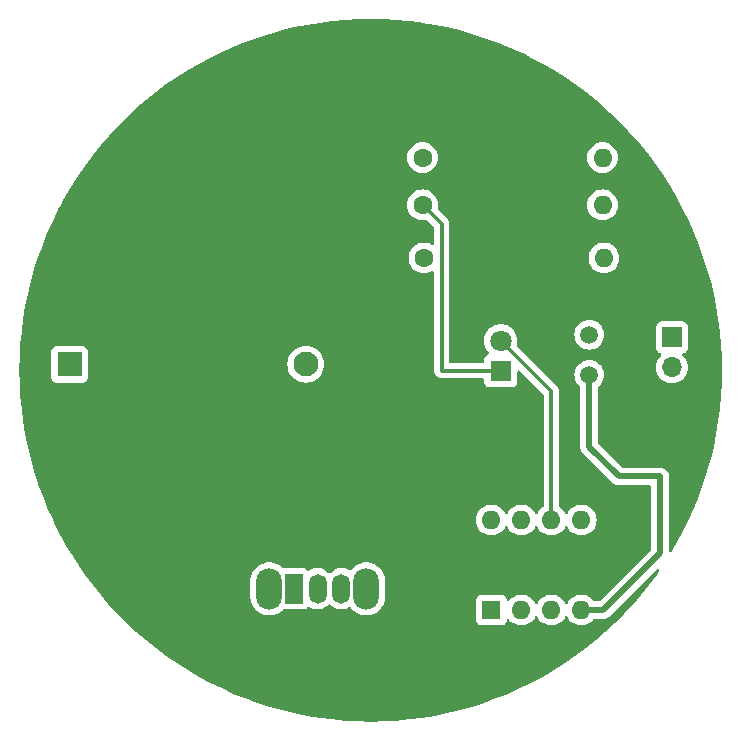
<source format=gbr>
%TF.GenerationSoftware,KiCad,Pcbnew,8.0.4*%
%TF.CreationDate,2024-07-31T01:51:00-07:00*%
%TF.ProjectId,digital,64696769-7461-46c2-9e6b-696361645f70,rev?*%
%TF.SameCoordinates,Original*%
%TF.FileFunction,Copper,L2,Bot*%
%TF.FilePolarity,Positive*%
%FSLAX46Y46*%
G04 Gerber Fmt 4.6, Leading zero omitted, Abs format (unit mm)*
G04 Created by KiCad (PCBNEW 8.0.4) date 2024-07-31 01:51:00*
%MOMM*%
%LPD*%
G01*
G04 APERTURE LIST*
%TA.AperFunction,ComponentPad*%
%ADD10C,1.500000*%
%TD*%
%TA.AperFunction,ComponentPad*%
%ADD11R,1.800000X1.800000*%
%TD*%
%TA.AperFunction,ComponentPad*%
%ADD12C,1.800000*%
%TD*%
%TA.AperFunction,ComponentPad*%
%ADD13C,1.600000*%
%TD*%
%TA.AperFunction,ComponentPad*%
%ADD14O,1.600000X1.600000*%
%TD*%
%TA.AperFunction,ComponentPad*%
%ADD15R,2.100000X2.100000*%
%TD*%
%TA.AperFunction,ComponentPad*%
%ADD16C,2.100000*%
%TD*%
%TA.AperFunction,ComponentPad*%
%ADD17R,1.600000X1.600000*%
%TD*%
%TA.AperFunction,ComponentPad*%
%ADD18O,2.200000X3.500000*%
%TD*%
%TA.AperFunction,ComponentPad*%
%ADD19R,1.500000X2.500000*%
%TD*%
%TA.AperFunction,ComponentPad*%
%ADD20O,1.500000X2.500000*%
%TD*%
%TA.AperFunction,ComponentPad*%
%ADD21R,1.700000X1.700000*%
%TD*%
%TA.AperFunction,ComponentPad*%
%ADD22O,1.700000X1.700000*%
%TD*%
%TA.AperFunction,Conductor*%
%ADD23C,0.500000*%
%TD*%
%TA.AperFunction,Conductor*%
%ADD24C,0.300000*%
%TD*%
G04 APERTURE END LIST*
D10*
%TO.P,R3,1*%
%TO.N,/LDR*%
X163000000Y-102000000D03*
%TO.P,R3,2*%
%TO.N,GND*%
X163000000Y-105400000D03*
%TD*%
D11*
%TO.P,D1,1,K*%
%TO.N,Net-(D1-K)*%
X155500000Y-105040000D03*
D12*
%TO.P,D1,2,A*%
%TO.N,/LED*%
X155500000Y-102500000D03*
%TD*%
D13*
%TO.P,R2,1*%
%TO.N,Net-(D1-K)*%
X148880000Y-91000000D03*
D14*
%TO.P,R2,2*%
%TO.N,GND*%
X164120000Y-91000000D03*
%TD*%
D15*
%TO.P,BT1,1,+*%
%TO.N,+3.3V*%
X119000000Y-104500000D03*
D16*
%TO.P,BT1,2,-*%
%TO.N,Net-(BT1--)*%
X139000000Y-104500000D03*
%TD*%
D13*
%TO.P,R4,1*%
%TO.N,+3.3V*%
X148880000Y-87000000D03*
D14*
%TO.P,R4,2*%
%TO.N,/MIC*%
X164120000Y-87000000D03*
%TD*%
D17*
%TO.P,U1,1,~{RESET}/PB5*%
%TO.N,unconnected-(U1-~{RESET}{slash}PB5-Pad1)*%
X154700000Y-125300000D03*
D14*
%TO.P,U1,2,XTAL1/PB3*%
%TO.N,/MIC*%
X157240000Y-125300000D03*
%TO.P,U1,3,XTAL2/PB4*%
%TO.N,unconnected-(U1-XTAL2{slash}PB4-Pad3)*%
X159780000Y-125300000D03*
%TO.P,U1,4,GND*%
%TO.N,GND*%
X162320000Y-125300000D03*
%TO.P,U1,5,AREF/PB0*%
%TO.N,unconnected-(U1-AREF{slash}PB0-Pad5)*%
X162320000Y-117680000D03*
%TO.P,U1,6,PB1*%
%TO.N,/LED*%
X159780000Y-117680000D03*
%TO.P,U1,7,PB2*%
%TO.N,/LDR*%
X157240000Y-117680000D03*
%TO.P,U1,8,VCC*%
%TO.N,+3.3V*%
X154700000Y-117680000D03*
%TD*%
D18*
%TO.P,SW2,*%
%TO.N,*%
X135900000Y-123500000D03*
X144100000Y-123500000D03*
D19*
%TO.P,SW2,1,A*%
%TO.N,unconnected-(SW2-A-Pad1)*%
X138000000Y-123500000D03*
D20*
%TO.P,SW2,2,B*%
%TO.N,GND*%
X140000000Y-123500000D03*
%TO.P,SW2,3,C*%
%TO.N,Net-(BT1--)*%
X142000000Y-123500000D03*
%TD*%
D21*
%TO.P,MK1,1,-*%
%TO.N,GND*%
X170000000Y-102225000D03*
D22*
%TO.P,MK1,2,+*%
%TO.N,/MIC*%
X170000000Y-104765000D03*
%TD*%
D13*
%TO.P,R1,1*%
%TO.N,+3.3V*%
X149000000Y-95500000D03*
D14*
%TO.P,R1,2*%
%TO.N,/LDR*%
X164240000Y-95500000D03*
%TD*%
D23*
%TO.N,GND*%
X164200000Y-125300000D02*
X162320000Y-125300000D01*
X169000000Y-120500000D02*
X164200000Y-125300000D01*
X169000000Y-114000000D02*
X169000000Y-120500000D01*
X165500000Y-114000000D02*
X169000000Y-114000000D01*
X163000000Y-111500000D02*
X165500000Y-114000000D01*
X163000000Y-105400000D02*
X163000000Y-111500000D01*
D24*
%TO.N,/LED*%
X155500000Y-102500000D02*
X159780000Y-106780000D01*
X159780000Y-106780000D02*
X159780000Y-117680000D01*
%TO.N,Net-(D1-K)*%
X150500000Y-105000000D02*
X150540000Y-105040000D01*
X150500000Y-92620000D02*
X150500000Y-105000000D01*
X150540000Y-105040000D02*
X155500000Y-105040000D01*
X148880000Y-91000000D02*
X150500000Y-92620000D01*
%TD*%
%TA.AperFunction,NonConductor*%
G36*
X145584257Y-75270365D02*
G01*
X145588737Y-75270529D01*
X146669335Y-75329800D01*
X146673815Y-75330128D01*
X147751492Y-75428822D01*
X147755943Y-75429312D01*
X148691116Y-75549535D01*
X148829320Y-75567302D01*
X148833801Y-75567962D01*
X148871545Y-75574223D01*
X149901356Y-75745050D01*
X149905782Y-75745867D01*
X150966257Y-75961847D01*
X150970586Y-75962811D01*
X152022468Y-76217379D01*
X152026769Y-76218504D01*
X153068633Y-76511312D01*
X153072926Y-76512604D01*
X154103374Y-76843261D01*
X154107595Y-76844701D01*
X155125305Y-77212779D01*
X155129511Y-77214388D01*
X156133081Y-77619382D01*
X156137195Y-77621131D01*
X157125285Y-78062500D01*
X157129356Y-78064408D01*
X157545855Y-78269015D01*
X158100659Y-78541565D01*
X158104688Y-78543636D01*
X159057914Y-79055947D01*
X159061864Y-79058164D01*
X159995755Y-79604955D01*
X159999592Y-79607297D01*
X160912859Y-80187810D01*
X160916637Y-80190309D01*
X161808130Y-80803815D01*
X161811813Y-80806451D01*
X162680253Y-81452068D01*
X162683838Y-81454836D01*
X163528134Y-82131751D01*
X163531616Y-82134648D01*
X164350658Y-82841974D01*
X164354031Y-82844997D01*
X165146659Y-83581732D01*
X165149920Y-83584876D01*
X165915123Y-84350079D01*
X165918267Y-84353340D01*
X166655002Y-85145968D01*
X166658025Y-85149341D01*
X167365351Y-85968383D01*
X167368248Y-85971865D01*
X168045163Y-86816161D01*
X168047931Y-86819746D01*
X168693548Y-87688186D01*
X168696184Y-87691869D01*
X169309690Y-88583362D01*
X169312189Y-88587140D01*
X169892693Y-89500393D01*
X169895053Y-89504259D01*
X170441835Y-90438135D01*
X170444052Y-90442085D01*
X170956363Y-91395311D01*
X170958434Y-91399340D01*
X171435584Y-92370628D01*
X171437506Y-92374729D01*
X171878852Y-93362767D01*
X171880624Y-93366936D01*
X172285610Y-94370486D01*
X172287228Y-94374716D01*
X172655287Y-95392371D01*
X172656749Y-95396658D01*
X172987388Y-96427051D01*
X172988693Y-96431388D01*
X173281484Y-97473189D01*
X173282630Y-97477572D01*
X173537177Y-98529367D01*
X173538162Y-98533788D01*
X173754129Y-99594203D01*
X173754951Y-99598657D01*
X173932037Y-100666198D01*
X173932697Y-100670679D01*
X174070684Y-101744031D01*
X174071179Y-101748533D01*
X174169869Y-102826165D01*
X174170200Y-102830683D01*
X174229469Y-103911239D01*
X174229634Y-103915765D01*
X174249398Y-104997735D01*
X174249398Y-105002265D01*
X174229634Y-106084234D01*
X174229469Y-106088760D01*
X174170200Y-107169316D01*
X174169869Y-107173834D01*
X174071179Y-108251466D01*
X174070684Y-108255968D01*
X173932697Y-109329320D01*
X173932037Y-109333801D01*
X173754951Y-110401342D01*
X173754129Y-110405796D01*
X173538162Y-111466211D01*
X173537177Y-111470632D01*
X173282630Y-112522427D01*
X173281484Y-112526810D01*
X172988693Y-113568611D01*
X172987388Y-113572948D01*
X172656749Y-114603341D01*
X172655287Y-114607628D01*
X172287228Y-115625283D01*
X172285610Y-115629513D01*
X171880624Y-116633063D01*
X171878852Y-116637232D01*
X171437506Y-117625270D01*
X171435584Y-117629371D01*
X170958434Y-118600659D01*
X170956363Y-118604688D01*
X170444052Y-119557914D01*
X170441835Y-119561864D01*
X169981508Y-120348080D01*
X169930648Y-120395986D01*
X169861962Y-120408791D01*
X169797256Y-120382429D01*
X169757075Y-120325269D01*
X169750500Y-120285427D01*
X169750500Y-113926079D01*
X169721659Y-113781092D01*
X169721658Y-113781091D01*
X169721658Y-113781087D01*
X169721656Y-113781082D01*
X169665087Y-113644511D01*
X169665080Y-113644498D01*
X169582951Y-113521584D01*
X169582948Y-113521580D01*
X169478419Y-113417051D01*
X169478415Y-113417048D01*
X169355501Y-113334919D01*
X169355488Y-113334912D01*
X169218917Y-113278343D01*
X169218907Y-113278340D01*
X169073920Y-113249500D01*
X169073918Y-113249500D01*
X165862230Y-113249500D01*
X165795191Y-113229815D01*
X165774549Y-113213181D01*
X163786819Y-111225451D01*
X163753334Y-111164128D01*
X163750500Y-111137770D01*
X163750500Y-106465624D01*
X163770185Y-106398585D01*
X163803378Y-106364048D01*
X163803432Y-106364009D01*
X163806877Y-106361598D01*
X163961598Y-106206877D01*
X164087102Y-106027639D01*
X164179575Y-105829330D01*
X164236207Y-105617977D01*
X164255277Y-105400000D01*
X164236207Y-105182023D01*
X164179575Y-104970670D01*
X164087102Y-104772362D01*
X164087100Y-104772359D01*
X164087099Y-104772357D01*
X164081947Y-104764999D01*
X168644341Y-104764999D01*
X168644341Y-104765000D01*
X168664936Y-105000403D01*
X168664938Y-105000413D01*
X168726094Y-105228655D01*
X168726096Y-105228659D01*
X168726097Y-105228663D01*
X168763151Y-105308125D01*
X168825965Y-105442830D01*
X168825967Y-105442834D01*
X168897699Y-105545277D01*
X168961505Y-105636401D01*
X169128599Y-105803495D01*
X169165497Y-105829331D01*
X169322165Y-105939032D01*
X169322167Y-105939033D01*
X169322170Y-105939035D01*
X169536337Y-106038903D01*
X169536343Y-106038904D01*
X169536344Y-106038905D01*
X169568358Y-106047483D01*
X169764592Y-106100063D01*
X169952918Y-106116539D01*
X169999999Y-106120659D01*
X170000000Y-106120659D01*
X170000001Y-106120659D01*
X170039234Y-106117226D01*
X170235408Y-106100063D01*
X170463663Y-106038903D01*
X170677830Y-105939035D01*
X170871401Y-105803495D01*
X171038495Y-105636401D01*
X171174035Y-105442830D01*
X171273903Y-105228663D01*
X171335063Y-105000408D01*
X171355659Y-104765000D01*
X171335063Y-104529592D01*
X171288626Y-104356285D01*
X171273905Y-104301344D01*
X171273904Y-104301343D01*
X171273903Y-104301337D01*
X171174035Y-104087171D01*
X171126567Y-104019380D01*
X171038496Y-103893600D01*
X171038495Y-103893599D01*
X170916567Y-103771671D01*
X170883084Y-103710351D01*
X170888068Y-103640659D01*
X170929939Y-103584725D01*
X170960915Y-103567810D01*
X171092331Y-103518796D01*
X171207546Y-103432546D01*
X171293796Y-103317331D01*
X171344091Y-103182483D01*
X171350500Y-103122873D01*
X171350499Y-101327128D01*
X171344091Y-101267517D01*
X171323781Y-101213064D01*
X171293797Y-101132671D01*
X171293793Y-101132664D01*
X171207547Y-101017455D01*
X171207544Y-101017452D01*
X171092335Y-100931206D01*
X171092328Y-100931202D01*
X170957482Y-100880908D01*
X170957483Y-100880908D01*
X170897883Y-100874501D01*
X170897881Y-100874500D01*
X170897873Y-100874500D01*
X170897864Y-100874500D01*
X169102129Y-100874500D01*
X169102123Y-100874501D01*
X169042516Y-100880908D01*
X168907671Y-100931202D01*
X168907664Y-100931206D01*
X168792455Y-101017452D01*
X168792452Y-101017455D01*
X168706206Y-101132664D01*
X168706202Y-101132671D01*
X168655908Y-101267517D01*
X168649886Y-101323535D01*
X168649501Y-101327123D01*
X168649500Y-101327135D01*
X168649500Y-103122870D01*
X168649501Y-103122876D01*
X168655908Y-103182483D01*
X168706202Y-103317328D01*
X168706206Y-103317335D01*
X168792452Y-103432544D01*
X168792455Y-103432547D01*
X168907664Y-103518793D01*
X168907671Y-103518797D01*
X169039081Y-103567810D01*
X169095015Y-103609681D01*
X169119432Y-103675145D01*
X169104580Y-103743418D01*
X169083430Y-103771673D01*
X168961503Y-103893600D01*
X168825965Y-104087169D01*
X168825964Y-104087171D01*
X168726098Y-104301335D01*
X168726094Y-104301344D01*
X168664938Y-104529586D01*
X168664936Y-104529596D01*
X168644341Y-104764999D01*
X164081947Y-104764999D01*
X163961599Y-104593124D01*
X163898061Y-104529586D01*
X163806877Y-104438402D01*
X163627639Y-104312898D01*
X163627640Y-104312898D01*
X163627638Y-104312897D01*
X163507126Y-104256702D01*
X163429330Y-104220425D01*
X163429326Y-104220424D01*
X163429322Y-104220422D01*
X163217977Y-104163793D01*
X163000002Y-104144723D01*
X162999998Y-104144723D01*
X162854682Y-104157436D01*
X162782023Y-104163793D01*
X162782020Y-104163793D01*
X162570677Y-104220422D01*
X162570668Y-104220426D01*
X162372361Y-104312898D01*
X162372357Y-104312900D01*
X162193121Y-104438402D01*
X162038402Y-104593121D01*
X161912900Y-104772357D01*
X161912898Y-104772361D01*
X161820426Y-104970668D01*
X161820422Y-104970677D01*
X161763793Y-105182020D01*
X161763793Y-105182023D01*
X161744723Y-105400000D01*
X161763660Y-105616462D01*
X161763793Y-105617975D01*
X161763793Y-105617979D01*
X161820422Y-105829322D01*
X161820424Y-105829326D01*
X161820425Y-105829330D01*
X161846747Y-105885777D01*
X161912897Y-106027638D01*
X161932262Y-106055294D01*
X162038402Y-106206877D01*
X162129069Y-106297544D01*
X162193123Y-106361598D01*
X162196622Y-106364048D01*
X162240248Y-106418625D01*
X162249500Y-106465624D01*
X162249500Y-111573918D01*
X162249500Y-111573920D01*
X162249499Y-111573920D01*
X162278340Y-111718907D01*
X162278343Y-111718917D01*
X162334914Y-111855492D01*
X162367812Y-111904727D01*
X162367813Y-111904730D01*
X162417046Y-111978414D01*
X162417052Y-111978421D01*
X165021584Y-114582952D01*
X165021586Y-114582954D01*
X165051058Y-114602645D01*
X165095270Y-114632186D01*
X165144505Y-114665084D01*
X165144506Y-114665084D01*
X165144507Y-114665085D01*
X165144509Y-114665086D01*
X165281082Y-114721656D01*
X165281087Y-114721658D01*
X165281091Y-114721658D01*
X165281092Y-114721659D01*
X165426079Y-114750500D01*
X165426082Y-114750500D01*
X165426083Y-114750500D01*
X165573917Y-114750500D01*
X168125500Y-114750500D01*
X168192539Y-114770185D01*
X168238294Y-114822989D01*
X168249500Y-114874500D01*
X168249500Y-120137770D01*
X168229815Y-120204809D01*
X168213181Y-120225451D01*
X163925451Y-124513181D01*
X163864128Y-124546666D01*
X163837770Y-124549500D01*
X163446663Y-124549500D01*
X163379624Y-124529815D01*
X163345088Y-124496623D01*
X163320045Y-124460858D01*
X163159141Y-124299954D01*
X162972734Y-124169432D01*
X162972732Y-124169431D01*
X162766497Y-124073261D01*
X162766488Y-124073258D01*
X162546697Y-124014366D01*
X162546693Y-124014365D01*
X162546692Y-124014365D01*
X162546691Y-124014364D01*
X162546686Y-124014364D01*
X162320002Y-123994532D01*
X162319998Y-123994532D01*
X162093313Y-124014364D01*
X162093302Y-124014366D01*
X161873511Y-124073258D01*
X161873502Y-124073261D01*
X161667267Y-124169431D01*
X161667265Y-124169432D01*
X161480858Y-124299954D01*
X161319954Y-124460858D01*
X161189432Y-124647265D01*
X161189431Y-124647267D01*
X161162382Y-124705275D01*
X161116209Y-124757714D01*
X161049016Y-124776866D01*
X160982135Y-124756650D01*
X160937618Y-124705275D01*
X160910568Y-124647267D01*
X160910567Y-124647265D01*
X160780045Y-124460858D01*
X160619141Y-124299954D01*
X160432734Y-124169432D01*
X160432732Y-124169431D01*
X160226497Y-124073261D01*
X160226488Y-124073258D01*
X160006697Y-124014366D01*
X160006693Y-124014365D01*
X160006692Y-124014365D01*
X160006691Y-124014364D01*
X160006686Y-124014364D01*
X159780002Y-123994532D01*
X159779998Y-123994532D01*
X159553313Y-124014364D01*
X159553302Y-124014366D01*
X159333511Y-124073258D01*
X159333502Y-124073261D01*
X159127267Y-124169431D01*
X159127265Y-124169432D01*
X158940858Y-124299954D01*
X158779954Y-124460858D01*
X158649432Y-124647265D01*
X158649431Y-124647267D01*
X158622382Y-124705275D01*
X158576209Y-124757714D01*
X158509016Y-124776866D01*
X158442135Y-124756650D01*
X158397618Y-124705275D01*
X158370568Y-124647267D01*
X158370567Y-124647265D01*
X158240045Y-124460858D01*
X158079141Y-124299954D01*
X157892734Y-124169432D01*
X157892732Y-124169431D01*
X157686497Y-124073261D01*
X157686488Y-124073258D01*
X157466697Y-124014366D01*
X157466693Y-124014365D01*
X157466692Y-124014365D01*
X157466691Y-124014364D01*
X157466686Y-124014364D01*
X157240002Y-123994532D01*
X157239998Y-123994532D01*
X157013313Y-124014364D01*
X157013302Y-124014366D01*
X156793511Y-124073258D01*
X156793502Y-124073261D01*
X156587267Y-124169431D01*
X156587265Y-124169432D01*
X156400858Y-124299954D01*
X156239954Y-124460858D01*
X156222725Y-124485464D01*
X156168147Y-124529088D01*
X156098648Y-124536280D01*
X156036294Y-124504757D01*
X156000882Y-124444526D01*
X155997861Y-124427591D01*
X155994091Y-124392516D01*
X155943797Y-124257671D01*
X155943793Y-124257664D01*
X155857547Y-124142455D01*
X155857544Y-124142452D01*
X155742335Y-124056206D01*
X155742328Y-124056202D01*
X155607482Y-124005908D01*
X155607483Y-124005908D01*
X155547883Y-123999501D01*
X155547881Y-123999500D01*
X155547873Y-123999500D01*
X155547864Y-123999500D01*
X153852129Y-123999500D01*
X153852123Y-123999501D01*
X153792516Y-124005908D01*
X153657671Y-124056202D01*
X153657664Y-124056206D01*
X153542455Y-124142452D01*
X153542452Y-124142455D01*
X153456206Y-124257664D01*
X153456202Y-124257671D01*
X153405908Y-124392517D01*
X153399501Y-124452116D01*
X153399500Y-124452135D01*
X153399500Y-126147870D01*
X153399501Y-126147876D01*
X153405908Y-126207483D01*
X153456202Y-126342328D01*
X153456206Y-126342335D01*
X153542452Y-126457544D01*
X153542455Y-126457547D01*
X153657664Y-126543793D01*
X153657671Y-126543797D01*
X153792517Y-126594091D01*
X153792516Y-126594091D01*
X153799444Y-126594835D01*
X153852127Y-126600500D01*
X155547872Y-126600499D01*
X155607483Y-126594091D01*
X155742331Y-126543796D01*
X155857546Y-126457546D01*
X155943796Y-126342331D01*
X155994091Y-126207483D01*
X155997862Y-126172401D01*
X156024599Y-126107855D01*
X156081990Y-126068006D01*
X156151816Y-126065511D01*
X156211905Y-126101163D01*
X156222726Y-126114536D01*
X156239956Y-126139143D01*
X156400858Y-126300045D01*
X156400861Y-126300047D01*
X156587266Y-126430568D01*
X156793504Y-126526739D01*
X157013308Y-126585635D01*
X157175230Y-126599801D01*
X157239998Y-126605468D01*
X157240000Y-126605468D01*
X157240002Y-126605468D01*
X157296807Y-126600498D01*
X157466692Y-126585635D01*
X157686496Y-126526739D01*
X157892734Y-126430568D01*
X158079139Y-126300047D01*
X158240047Y-126139139D01*
X158370568Y-125952734D01*
X158397618Y-125894724D01*
X158443790Y-125842285D01*
X158510983Y-125823133D01*
X158577865Y-125843348D01*
X158622382Y-125894725D01*
X158649429Y-125952728D01*
X158649432Y-125952734D01*
X158779954Y-126139141D01*
X158940858Y-126300045D01*
X158940861Y-126300047D01*
X159127266Y-126430568D01*
X159333504Y-126526739D01*
X159553308Y-126585635D01*
X159715230Y-126599801D01*
X159779998Y-126605468D01*
X159780000Y-126605468D01*
X159780002Y-126605468D01*
X159836807Y-126600498D01*
X160006692Y-126585635D01*
X160226496Y-126526739D01*
X160432734Y-126430568D01*
X160619139Y-126300047D01*
X160780047Y-126139139D01*
X160910568Y-125952734D01*
X160937618Y-125894724D01*
X160983790Y-125842285D01*
X161050983Y-125823133D01*
X161117865Y-125843348D01*
X161162382Y-125894725D01*
X161189429Y-125952728D01*
X161189432Y-125952734D01*
X161319954Y-126139141D01*
X161480858Y-126300045D01*
X161480861Y-126300047D01*
X161667266Y-126430568D01*
X161873504Y-126526739D01*
X162093308Y-126585635D01*
X162255230Y-126599801D01*
X162319998Y-126605468D01*
X162320000Y-126605468D01*
X162320002Y-126605468D01*
X162376807Y-126600498D01*
X162546692Y-126585635D01*
X162766496Y-126526739D01*
X162972734Y-126430568D01*
X163159139Y-126300047D01*
X163320047Y-126139139D01*
X163345088Y-126103377D01*
X163399665Y-126059752D01*
X163446663Y-126050500D01*
X164273920Y-126050500D01*
X164371462Y-126031096D01*
X164418913Y-126021658D01*
X164555495Y-125965084D01*
X164604729Y-125932186D01*
X164678416Y-125882952D01*
X168716322Y-121845044D01*
X168777645Y-121811560D01*
X168847337Y-121816544D01*
X168903270Y-121858416D01*
X168927687Y-121923880D01*
X168912835Y-121992153D01*
X168906152Y-122003023D01*
X168696184Y-122308130D01*
X168693548Y-122311813D01*
X168047931Y-123180253D01*
X168045163Y-123183838D01*
X167368248Y-124028134D01*
X167365351Y-124031616D01*
X166658025Y-124850658D01*
X166655002Y-124854031D01*
X165918267Y-125646659D01*
X165915123Y-125649920D01*
X165149920Y-126415123D01*
X165146659Y-126418267D01*
X164354031Y-127155002D01*
X164350658Y-127158025D01*
X163531616Y-127865351D01*
X163528134Y-127868248D01*
X162683838Y-128545163D01*
X162680253Y-128547931D01*
X161811813Y-129193548D01*
X161808130Y-129196184D01*
X160916637Y-129809690D01*
X160912859Y-129812189D01*
X159999606Y-130392693D01*
X159995740Y-130395053D01*
X159061864Y-130941835D01*
X159057914Y-130944052D01*
X158104688Y-131456363D01*
X158100659Y-131458434D01*
X157129371Y-131935584D01*
X157125270Y-131937506D01*
X156137232Y-132378852D01*
X156133063Y-132380624D01*
X155129513Y-132785610D01*
X155125283Y-132787228D01*
X154107628Y-133155287D01*
X154103341Y-133156749D01*
X153072948Y-133487388D01*
X153068611Y-133488693D01*
X152026810Y-133781484D01*
X152022427Y-133782630D01*
X150970632Y-134037177D01*
X150966211Y-134038162D01*
X149905796Y-134254129D01*
X149901342Y-134254951D01*
X148833801Y-134432037D01*
X148829320Y-134432697D01*
X147755968Y-134570684D01*
X147751466Y-134571179D01*
X146673834Y-134669869D01*
X146669316Y-134670200D01*
X145588760Y-134729469D01*
X145584234Y-134729634D01*
X144502265Y-134749398D01*
X144497735Y-134749398D01*
X143415765Y-134729634D01*
X143411239Y-134729469D01*
X142330683Y-134670200D01*
X142326165Y-134669869D01*
X141248533Y-134571179D01*
X141244031Y-134570684D01*
X140170679Y-134432697D01*
X140166198Y-134432037D01*
X139098657Y-134254951D01*
X139094203Y-134254129D01*
X138033788Y-134038162D01*
X138029367Y-134037177D01*
X136977572Y-133782630D01*
X136973189Y-133781484D01*
X135931388Y-133488693D01*
X135927051Y-133487388D01*
X134896658Y-133156749D01*
X134892371Y-133155287D01*
X133874716Y-132787228D01*
X133870486Y-132785610D01*
X132866936Y-132380624D01*
X132862778Y-132378856D01*
X131874729Y-131937506D01*
X131870628Y-131935584D01*
X130899340Y-131458434D01*
X130895311Y-131456363D01*
X129942085Y-130944052D01*
X129938135Y-130941835D01*
X129004259Y-130395053D01*
X129000393Y-130392693D01*
X128087140Y-129812189D01*
X128083362Y-129809690D01*
X127191869Y-129196184D01*
X127188186Y-129193548D01*
X126319746Y-128547931D01*
X126316161Y-128545163D01*
X125471865Y-127868248D01*
X125468383Y-127865351D01*
X124649341Y-127158025D01*
X124645968Y-127155002D01*
X123853340Y-126418267D01*
X123850079Y-126415123D01*
X123084876Y-125649920D01*
X123081732Y-125646659D01*
X122713507Y-125250498D01*
X122344990Y-124854023D01*
X122341974Y-124850658D01*
X122267463Y-124764379D01*
X121655882Y-124056204D01*
X121634648Y-124031616D01*
X121631751Y-124028134D01*
X120954836Y-123183838D01*
X120952068Y-123180253D01*
X120612908Y-122724038D01*
X134299500Y-122724038D01*
X134299500Y-124275962D01*
X134317961Y-124392517D01*
X134338910Y-124524785D01*
X134416760Y-124764383D01*
X134495413Y-124918747D01*
X134513286Y-124953825D01*
X134531132Y-124988848D01*
X134679201Y-125192649D01*
X134679205Y-125192654D01*
X134857345Y-125370794D01*
X134857350Y-125370798D01*
X135035117Y-125499952D01*
X135061155Y-125518870D01*
X135191025Y-125585042D01*
X135285616Y-125633239D01*
X135285618Y-125633239D01*
X135285621Y-125633241D01*
X135525215Y-125711090D01*
X135774038Y-125750500D01*
X135774039Y-125750500D01*
X136025961Y-125750500D01*
X136025962Y-125750500D01*
X136274785Y-125711090D01*
X136514379Y-125633241D01*
X136738845Y-125518870D01*
X136942656Y-125370793D01*
X137034511Y-125278937D01*
X137095831Y-125245454D01*
X137135445Y-125243330D01*
X137142514Y-125244089D01*
X137142517Y-125244091D01*
X137202127Y-125250500D01*
X138797872Y-125250499D01*
X138857483Y-125244091D01*
X138992331Y-125193796D01*
X139107546Y-125107546D01*
X139136236Y-125069220D01*
X139192166Y-125027353D01*
X139261857Y-125022368D01*
X139308386Y-125043217D01*
X139344590Y-125069521D01*
X139344592Y-125069522D01*
X139344595Y-125069524D01*
X139414704Y-125105246D01*
X139519970Y-125158882D01*
X139519972Y-125158882D01*
X139519975Y-125158884D01*
X139620317Y-125191487D01*
X139707173Y-125219709D01*
X139901578Y-125250500D01*
X139901583Y-125250500D01*
X140098422Y-125250500D01*
X140292826Y-125219709D01*
X140372574Y-125193797D01*
X140480025Y-125158884D01*
X140655405Y-125069524D01*
X140814646Y-124953828D01*
X140912319Y-124856155D01*
X140973642Y-124822670D01*
X141043334Y-124827654D01*
X141087681Y-124856155D01*
X141185354Y-124953828D01*
X141344595Y-125069524D01*
X141414704Y-125105246D01*
X141519970Y-125158882D01*
X141519972Y-125158882D01*
X141519975Y-125158884D01*
X141620317Y-125191487D01*
X141707173Y-125219709D01*
X141901578Y-125250500D01*
X141901583Y-125250500D01*
X142098422Y-125250500D01*
X142292826Y-125219709D01*
X142372574Y-125193797D01*
X142480025Y-125158884D01*
X142655405Y-125069524D01*
X142655409Y-125069520D01*
X142659087Y-125067647D01*
X142727756Y-125054751D01*
X142792497Y-125081027D01*
X142815699Y-125105245D01*
X142879207Y-125192656D01*
X142879209Y-125192658D01*
X143057345Y-125370794D01*
X143057350Y-125370798D01*
X143235117Y-125499952D01*
X143261155Y-125518870D01*
X143391025Y-125585042D01*
X143485616Y-125633239D01*
X143485618Y-125633239D01*
X143485621Y-125633241D01*
X143725215Y-125711090D01*
X143974038Y-125750500D01*
X143974039Y-125750500D01*
X144225961Y-125750500D01*
X144225962Y-125750500D01*
X144474785Y-125711090D01*
X144714379Y-125633241D01*
X144938845Y-125518870D01*
X145142656Y-125370793D01*
X145320793Y-125192656D01*
X145468870Y-124988845D01*
X145583241Y-124764379D01*
X145661090Y-124524785D01*
X145700500Y-124275962D01*
X145700500Y-122724038D01*
X145661090Y-122475215D01*
X145583241Y-122235621D01*
X145583239Y-122235618D01*
X145583239Y-122235616D01*
X145536479Y-122143845D01*
X145468870Y-122011155D01*
X145446426Y-121980263D01*
X145320798Y-121807350D01*
X145320794Y-121807345D01*
X145142654Y-121629205D01*
X145142649Y-121629201D01*
X144938848Y-121481132D01*
X144938847Y-121481131D01*
X144938845Y-121481130D01*
X144868747Y-121445413D01*
X144714383Y-121366760D01*
X144474785Y-121288910D01*
X144225962Y-121249500D01*
X143974038Y-121249500D01*
X143849626Y-121269205D01*
X143725214Y-121288910D01*
X143485616Y-121366760D01*
X143261151Y-121481132D01*
X143057350Y-121629201D01*
X143057345Y-121629205D01*
X142879209Y-121807341D01*
X142879202Y-121807350D01*
X142815699Y-121894753D01*
X142760369Y-121937419D01*
X142690756Y-121943397D01*
X142659087Y-121932352D01*
X142480029Y-121841117D01*
X142292826Y-121780290D01*
X142098422Y-121749500D01*
X142098417Y-121749500D01*
X141901583Y-121749500D01*
X141901578Y-121749500D01*
X141707173Y-121780290D01*
X141519970Y-121841117D01*
X141344594Y-121930476D01*
X141276069Y-121980263D01*
X141185354Y-122046172D01*
X141185352Y-122046174D01*
X141185351Y-122046174D01*
X141087681Y-122143845D01*
X141026358Y-122177330D01*
X140956666Y-122172346D01*
X140912319Y-122143845D01*
X140814648Y-122046174D01*
X140814646Y-122046172D01*
X140655405Y-121930476D01*
X140642460Y-121923880D01*
X140480029Y-121841117D01*
X140292826Y-121780290D01*
X140098422Y-121749500D01*
X140098417Y-121749500D01*
X139901583Y-121749500D01*
X139901578Y-121749500D01*
X139707173Y-121780290D01*
X139519970Y-121841117D01*
X139344595Y-121930475D01*
X139308385Y-121956784D01*
X139242578Y-121980263D01*
X139174524Y-121964437D01*
X139136235Y-121930778D01*
X139107546Y-121892454D01*
X139107544Y-121892452D01*
X139107543Y-121892451D01*
X138992335Y-121806206D01*
X138992328Y-121806202D01*
X138857482Y-121755908D01*
X138857483Y-121755908D01*
X138797883Y-121749501D01*
X138797881Y-121749500D01*
X138797873Y-121749500D01*
X138797864Y-121749500D01*
X137202129Y-121749500D01*
X137202123Y-121749501D01*
X137135443Y-121756669D01*
X137066683Y-121744262D01*
X137034509Y-121721060D01*
X136942654Y-121629205D01*
X136942649Y-121629201D01*
X136738848Y-121481132D01*
X136738847Y-121481131D01*
X136738845Y-121481130D01*
X136668747Y-121445413D01*
X136514383Y-121366760D01*
X136274785Y-121288910D01*
X136025962Y-121249500D01*
X135774038Y-121249500D01*
X135649626Y-121269205D01*
X135525214Y-121288910D01*
X135285616Y-121366760D01*
X135061151Y-121481132D01*
X134857350Y-121629201D01*
X134857345Y-121629205D01*
X134679205Y-121807345D01*
X134679201Y-121807350D01*
X134531132Y-122011151D01*
X134416760Y-122235616D01*
X134354164Y-122428268D01*
X134338910Y-122475215D01*
X134299500Y-122724038D01*
X120612908Y-122724038D01*
X120306451Y-122311813D01*
X120303815Y-122308130D01*
X119958402Y-121806206D01*
X119690302Y-121416627D01*
X119687810Y-121412859D01*
X119107297Y-120499592D01*
X119104946Y-120495740D01*
X119046540Y-120395986D01*
X118734994Y-119863881D01*
X118558164Y-119561864D01*
X118555947Y-119557914D01*
X118043636Y-118604688D01*
X118041565Y-118600659D01*
X117700650Y-117906692D01*
X117564408Y-117629356D01*
X117562493Y-117625270D01*
X117485682Y-117453313D01*
X117121131Y-116637195D01*
X117119375Y-116633063D01*
X117085625Y-116549432D01*
X116714388Y-115629511D01*
X116712771Y-115625283D01*
X116441233Y-114874500D01*
X116344701Y-114607595D01*
X116343261Y-114603374D01*
X116012604Y-113572926D01*
X116011306Y-113568611D01*
X115718504Y-112526769D01*
X115717379Y-112522468D01*
X115462811Y-111470586D01*
X115461847Y-111466257D01*
X115245867Y-110405782D01*
X115245048Y-110401342D01*
X115067962Y-109333801D01*
X115067302Y-109329320D01*
X114929315Y-108255968D01*
X114928820Y-108251466D01*
X114830130Y-107173834D01*
X114829799Y-107169316D01*
X114770529Y-106088737D01*
X114770365Y-106084234D01*
X114769836Y-106055294D01*
X114750601Y-105002244D01*
X114750601Y-104997735D01*
X114770365Y-103915740D01*
X114770530Y-103911239D01*
X114771275Y-103897671D01*
X114798455Y-103402135D01*
X117449500Y-103402135D01*
X117449500Y-105597870D01*
X117449501Y-105597876D01*
X117455908Y-105657483D01*
X117506202Y-105792328D01*
X117506206Y-105792335D01*
X117592452Y-105907544D01*
X117592455Y-105907547D01*
X117707664Y-105993793D01*
X117707671Y-105993797D01*
X117842517Y-106044091D01*
X117842516Y-106044091D01*
X117849444Y-106044835D01*
X117902127Y-106050500D01*
X120097872Y-106050499D01*
X120157483Y-106044091D01*
X120292331Y-105993796D01*
X120407546Y-105907546D01*
X120493796Y-105792331D01*
X120544091Y-105657483D01*
X120550500Y-105597873D01*
X120550499Y-104500000D01*
X137444706Y-104500000D01*
X137463853Y-104743297D01*
X137463853Y-104743300D01*
X137463854Y-104743302D01*
X137469063Y-104765000D01*
X137520830Y-104980619D01*
X137614222Y-105206089D01*
X137741737Y-105414173D01*
X137741738Y-105414176D01*
X137795449Y-105477063D01*
X137900241Y-105599759D01*
X138043897Y-105722453D01*
X138085823Y-105758261D01*
X138085826Y-105758262D01*
X138293910Y-105885777D01*
X138519381Y-105979169D01*
X138519378Y-105979169D01*
X138519384Y-105979170D01*
X138519388Y-105979172D01*
X138756698Y-106036146D01*
X139000000Y-106055294D01*
X139243302Y-106036146D01*
X139480612Y-105979172D01*
X139706089Y-105885777D01*
X139914179Y-105758259D01*
X140099759Y-105599759D01*
X140258259Y-105414179D01*
X140385777Y-105206089D01*
X140479172Y-104980612D01*
X140536146Y-104743302D01*
X140555294Y-104500000D01*
X140536146Y-104256698D01*
X140479172Y-104019388D01*
X140479169Y-104019380D01*
X140385777Y-103793910D01*
X140258262Y-103585826D01*
X140258261Y-103585823D01*
X140156018Y-103466112D01*
X140099759Y-103400241D01*
X139930028Y-103255277D01*
X139914176Y-103241738D01*
X139914173Y-103241737D01*
X139706089Y-103114222D01*
X139480618Y-103020830D01*
X139480621Y-103020830D01*
X139262849Y-102968547D01*
X139243302Y-102963854D01*
X139243300Y-102963853D01*
X139243297Y-102963853D01*
X139000000Y-102944706D01*
X138756702Y-102963853D01*
X138677594Y-102982845D01*
X138580301Y-103006204D01*
X138519380Y-103020830D01*
X138293910Y-103114222D01*
X138085826Y-103241737D01*
X138085823Y-103241738D01*
X137900241Y-103400241D01*
X137741738Y-103585823D01*
X137741737Y-103585826D01*
X137614222Y-103793910D01*
X137520830Y-104019380D01*
X137520828Y-104019387D01*
X137520828Y-104019388D01*
X137503367Y-104092116D01*
X137463853Y-104256702D01*
X137444706Y-104500000D01*
X120550499Y-104500000D01*
X120550499Y-103402128D01*
X120544091Y-103342517D01*
X120534697Y-103317331D01*
X120493797Y-103207671D01*
X120493793Y-103207664D01*
X120407547Y-103092455D01*
X120407544Y-103092452D01*
X120292335Y-103006206D01*
X120292328Y-103006202D01*
X120157482Y-102955908D01*
X120157483Y-102955908D01*
X120097883Y-102949501D01*
X120097881Y-102949500D01*
X120097873Y-102949500D01*
X120097864Y-102949500D01*
X117902129Y-102949500D01*
X117902123Y-102949501D01*
X117842516Y-102955908D01*
X117707671Y-103006202D01*
X117707664Y-103006206D01*
X117592455Y-103092452D01*
X117592452Y-103092455D01*
X117506206Y-103207664D01*
X117506202Y-103207671D01*
X117455908Y-103342517D01*
X117453690Y-103363153D01*
X117449501Y-103402123D01*
X117449500Y-103402135D01*
X114798455Y-103402135D01*
X114829800Y-102830660D01*
X114830130Y-102826165D01*
X114831896Y-102806881D01*
X114928823Y-101748501D01*
X114929311Y-101744062D01*
X115067302Y-100670675D01*
X115067962Y-100666198D01*
X115245048Y-99598657D01*
X115245870Y-99594203D01*
X115461849Y-98533731D01*
X115462809Y-98529425D01*
X115717383Y-97477517D01*
X115718500Y-97473244D01*
X116011317Y-96431351D01*
X116012599Y-96427088D01*
X116343266Y-95396608D01*
X116344695Y-95392420D01*
X116712786Y-94374676D01*
X116714389Y-94370486D01*
X117119390Y-93366898D01*
X117121122Y-93362824D01*
X117562509Y-92374693D01*
X117564398Y-92370663D01*
X118041573Y-91399323D01*
X118043636Y-91395311D01*
X118048136Y-91386938D01*
X118256097Y-90999998D01*
X147574532Y-90999998D01*
X147574532Y-91000001D01*
X147594364Y-91226686D01*
X147594366Y-91226697D01*
X147653258Y-91446488D01*
X147653261Y-91446497D01*
X147749431Y-91652732D01*
X147749432Y-91652734D01*
X147879954Y-91839141D01*
X148040858Y-92000045D01*
X148040861Y-92000047D01*
X148227266Y-92130568D01*
X148433504Y-92226739D01*
X148653308Y-92285635D01*
X148815230Y-92299801D01*
X148879998Y-92305468D01*
X148880000Y-92305468D01*
X148880002Y-92305468D01*
X148911421Y-92302719D01*
X149106692Y-92285635D01*
X149147162Y-92274791D01*
X149217012Y-92276452D01*
X149266938Y-92306884D01*
X149813181Y-92853127D01*
X149846666Y-92914450D01*
X149849500Y-92940808D01*
X149849500Y-94269007D01*
X149829815Y-94336046D01*
X149777011Y-94381801D01*
X149707853Y-94391745D01*
X149657583Y-94371854D01*
X149657420Y-94372138D01*
X149655501Y-94371030D01*
X149654386Y-94370589D01*
X149654239Y-94370486D01*
X149652734Y-94369432D01*
X149581138Y-94336046D01*
X149446497Y-94273261D01*
X149446488Y-94273258D01*
X149226697Y-94214366D01*
X149226693Y-94214365D01*
X149226692Y-94214365D01*
X149226691Y-94214364D01*
X149226686Y-94214364D01*
X149000002Y-94194532D01*
X148999998Y-94194532D01*
X148773313Y-94214364D01*
X148773302Y-94214366D01*
X148553511Y-94273258D01*
X148553502Y-94273261D01*
X148347267Y-94369431D01*
X148347265Y-94369432D01*
X148160858Y-94499954D01*
X147999954Y-94660858D01*
X147869432Y-94847265D01*
X147869431Y-94847267D01*
X147773261Y-95053502D01*
X147773258Y-95053511D01*
X147714366Y-95273302D01*
X147714364Y-95273313D01*
X147694532Y-95499998D01*
X147694532Y-95500001D01*
X147714364Y-95726686D01*
X147714366Y-95726697D01*
X147773258Y-95946488D01*
X147773261Y-95946497D01*
X147869431Y-96152732D01*
X147869432Y-96152734D01*
X147999954Y-96339141D01*
X148160858Y-96500045D01*
X148160861Y-96500047D01*
X148347266Y-96630568D01*
X148553504Y-96726739D01*
X148773308Y-96785635D01*
X148935230Y-96799801D01*
X148999998Y-96805468D01*
X149000000Y-96805468D01*
X149000002Y-96805468D01*
X149056673Y-96800509D01*
X149226692Y-96785635D01*
X149446496Y-96726739D01*
X149652734Y-96630568D01*
X149654377Y-96629417D01*
X149655216Y-96629134D01*
X149657420Y-96627862D01*
X149657675Y-96628304D01*
X149720581Y-96607090D01*
X149788348Y-96624099D01*
X149836162Y-96675046D01*
X149849500Y-96730992D01*
X149849500Y-105064069D01*
X149860587Y-105119807D01*
X149864074Y-105137333D01*
X149864074Y-105137335D01*
X149874497Y-105189737D01*
X149874499Y-105189744D01*
X149923534Y-105308125D01*
X149994726Y-105414673D01*
X150125325Y-105545272D01*
X150125331Y-105545277D01*
X150231874Y-105616466D01*
X150301221Y-105645189D01*
X150350256Y-105665501D01*
X150350259Y-105665501D01*
X150350260Y-105665502D01*
X150475928Y-105690500D01*
X150475931Y-105690500D01*
X153975501Y-105690500D01*
X154042540Y-105710185D01*
X154088295Y-105762989D01*
X154099501Y-105814500D01*
X154099501Y-105987876D01*
X154105908Y-106047483D01*
X154156202Y-106182328D01*
X154156206Y-106182335D01*
X154242452Y-106297544D01*
X154242455Y-106297547D01*
X154357664Y-106383793D01*
X154357671Y-106383797D01*
X154492517Y-106434091D01*
X154492516Y-106434091D01*
X154499444Y-106434835D01*
X154552127Y-106440500D01*
X156447872Y-106440499D01*
X156507483Y-106434091D01*
X156642331Y-106383796D01*
X156757546Y-106297546D01*
X156843796Y-106182331D01*
X156894091Y-106047483D01*
X156900500Y-105987873D01*
X156900499Y-105119806D01*
X156920183Y-105052768D01*
X156972987Y-105007013D01*
X157042146Y-104997069D01*
X157105702Y-105026094D01*
X157112180Y-105032126D01*
X159093181Y-107013127D01*
X159126666Y-107074450D01*
X159129500Y-107100808D01*
X159129500Y-116483316D01*
X159109815Y-116550355D01*
X159076623Y-116584891D01*
X158940859Y-116679953D01*
X158779954Y-116840858D01*
X158649432Y-117027265D01*
X158649431Y-117027267D01*
X158622382Y-117085275D01*
X158576209Y-117137714D01*
X158509016Y-117156866D01*
X158442135Y-117136650D01*
X158397618Y-117085275D01*
X158370568Y-117027267D01*
X158370567Y-117027265D01*
X158240045Y-116840858D01*
X158079141Y-116679954D01*
X157892734Y-116549432D01*
X157892732Y-116549431D01*
X157686497Y-116453261D01*
X157686488Y-116453258D01*
X157466697Y-116394366D01*
X157466693Y-116394365D01*
X157466692Y-116394365D01*
X157466691Y-116394364D01*
X157466686Y-116394364D01*
X157240002Y-116374532D01*
X157239998Y-116374532D01*
X157013313Y-116394364D01*
X157013302Y-116394366D01*
X156793511Y-116453258D01*
X156793502Y-116453261D01*
X156587267Y-116549431D01*
X156587265Y-116549432D01*
X156400858Y-116679954D01*
X156239954Y-116840858D01*
X156109432Y-117027265D01*
X156109431Y-117027267D01*
X156082382Y-117085275D01*
X156036209Y-117137714D01*
X155969016Y-117156866D01*
X155902135Y-117136650D01*
X155857618Y-117085275D01*
X155830568Y-117027267D01*
X155830567Y-117027265D01*
X155700045Y-116840858D01*
X155539141Y-116679954D01*
X155352734Y-116549432D01*
X155352732Y-116549431D01*
X155146497Y-116453261D01*
X155146488Y-116453258D01*
X154926697Y-116394366D01*
X154926693Y-116394365D01*
X154926692Y-116394365D01*
X154926691Y-116394364D01*
X154926686Y-116394364D01*
X154700002Y-116374532D01*
X154699998Y-116374532D01*
X154473313Y-116394364D01*
X154473302Y-116394366D01*
X154253511Y-116453258D01*
X154253502Y-116453261D01*
X154047267Y-116549431D01*
X154047265Y-116549432D01*
X153860858Y-116679954D01*
X153699954Y-116840858D01*
X153569432Y-117027265D01*
X153569431Y-117027267D01*
X153473261Y-117233502D01*
X153473258Y-117233511D01*
X153414366Y-117453302D01*
X153414364Y-117453313D01*
X153394532Y-117679998D01*
X153394532Y-117680001D01*
X153414364Y-117906686D01*
X153414366Y-117906697D01*
X153473258Y-118126488D01*
X153473261Y-118126497D01*
X153569431Y-118332732D01*
X153569432Y-118332734D01*
X153699954Y-118519141D01*
X153860858Y-118680045D01*
X153860861Y-118680047D01*
X154047266Y-118810568D01*
X154253504Y-118906739D01*
X154473308Y-118965635D01*
X154635230Y-118979801D01*
X154699998Y-118985468D01*
X154700000Y-118985468D01*
X154700002Y-118985468D01*
X154756673Y-118980509D01*
X154926692Y-118965635D01*
X155146496Y-118906739D01*
X155352734Y-118810568D01*
X155539139Y-118680047D01*
X155700047Y-118519139D01*
X155830568Y-118332734D01*
X155857618Y-118274724D01*
X155903790Y-118222285D01*
X155970983Y-118203133D01*
X156037865Y-118223348D01*
X156082382Y-118274725D01*
X156109429Y-118332728D01*
X156109432Y-118332734D01*
X156239954Y-118519141D01*
X156400858Y-118680045D01*
X156400861Y-118680047D01*
X156587266Y-118810568D01*
X156793504Y-118906739D01*
X157013308Y-118965635D01*
X157175230Y-118979801D01*
X157239998Y-118985468D01*
X157240000Y-118985468D01*
X157240002Y-118985468D01*
X157296673Y-118980509D01*
X157466692Y-118965635D01*
X157686496Y-118906739D01*
X157892734Y-118810568D01*
X158079139Y-118680047D01*
X158240047Y-118519139D01*
X158370568Y-118332734D01*
X158397618Y-118274724D01*
X158443790Y-118222285D01*
X158510983Y-118203133D01*
X158577865Y-118223348D01*
X158622382Y-118274725D01*
X158649429Y-118332728D01*
X158649432Y-118332734D01*
X158779954Y-118519141D01*
X158940858Y-118680045D01*
X158940861Y-118680047D01*
X159127266Y-118810568D01*
X159333504Y-118906739D01*
X159553308Y-118965635D01*
X159715230Y-118979801D01*
X159779998Y-118985468D01*
X159780000Y-118985468D01*
X159780002Y-118985468D01*
X159836673Y-118980509D01*
X160006692Y-118965635D01*
X160226496Y-118906739D01*
X160432734Y-118810568D01*
X160619139Y-118680047D01*
X160780047Y-118519139D01*
X160910568Y-118332734D01*
X160937618Y-118274724D01*
X160983790Y-118222285D01*
X161050983Y-118203133D01*
X161117865Y-118223348D01*
X161162382Y-118274725D01*
X161189429Y-118332728D01*
X161189432Y-118332734D01*
X161319954Y-118519141D01*
X161480858Y-118680045D01*
X161480861Y-118680047D01*
X161667266Y-118810568D01*
X161873504Y-118906739D01*
X162093308Y-118965635D01*
X162255230Y-118979801D01*
X162319998Y-118985468D01*
X162320000Y-118985468D01*
X162320002Y-118985468D01*
X162376673Y-118980509D01*
X162546692Y-118965635D01*
X162766496Y-118906739D01*
X162972734Y-118810568D01*
X163159139Y-118680047D01*
X163320047Y-118519139D01*
X163450568Y-118332734D01*
X163546739Y-118126496D01*
X163605635Y-117906692D01*
X163625468Y-117680000D01*
X163605635Y-117453308D01*
X163546739Y-117233504D01*
X163450568Y-117027266D01*
X163320047Y-116840861D01*
X163320045Y-116840858D01*
X163159141Y-116679954D01*
X162972734Y-116549432D01*
X162972732Y-116549431D01*
X162766497Y-116453261D01*
X162766488Y-116453258D01*
X162546697Y-116394366D01*
X162546693Y-116394365D01*
X162546692Y-116394365D01*
X162546691Y-116394364D01*
X162546686Y-116394364D01*
X162320002Y-116374532D01*
X162319998Y-116374532D01*
X162093313Y-116394364D01*
X162093302Y-116394366D01*
X161873511Y-116453258D01*
X161873502Y-116453261D01*
X161667267Y-116549431D01*
X161667265Y-116549432D01*
X161480858Y-116679954D01*
X161319954Y-116840858D01*
X161189432Y-117027265D01*
X161189431Y-117027267D01*
X161162382Y-117085275D01*
X161116209Y-117137714D01*
X161049016Y-117156866D01*
X160982135Y-117136650D01*
X160937618Y-117085275D01*
X160910568Y-117027267D01*
X160910567Y-117027265D01*
X160780045Y-116840858D01*
X160619140Y-116679953D01*
X160483377Y-116584891D01*
X160439752Y-116530314D01*
X160430500Y-116483316D01*
X160430500Y-106715928D01*
X160405502Y-106590261D01*
X160405501Y-106590260D01*
X160405501Y-106590256D01*
X160356465Y-106471873D01*
X160285277Y-106365331D01*
X160285275Y-106365329D01*
X160285273Y-106365326D01*
X160285272Y-106365325D01*
X156888493Y-102968547D01*
X156855008Y-102907224D01*
X156855969Y-102850425D01*
X156886131Y-102731317D01*
X156886133Y-102731308D01*
X156886134Y-102731305D01*
X156905300Y-102500000D01*
X156905300Y-102499993D01*
X156886135Y-102268702D01*
X156886133Y-102268691D01*
X156829157Y-102043699D01*
X156809987Y-101999997D01*
X161744723Y-101999997D01*
X161744723Y-102000002D01*
X161763793Y-102217975D01*
X161763793Y-102217979D01*
X161820422Y-102429322D01*
X161820424Y-102429326D01*
X161820425Y-102429330D01*
X161853376Y-102499993D01*
X161912897Y-102627638D01*
X161912898Y-102627639D01*
X162038402Y-102806877D01*
X162193123Y-102961598D01*
X162372361Y-103087102D01*
X162570670Y-103179575D01*
X162570676Y-103179576D01*
X162570677Y-103179577D01*
X162601364Y-103187799D01*
X162782023Y-103236207D01*
X162964926Y-103252208D01*
X162999998Y-103255277D01*
X163000000Y-103255277D01*
X163000002Y-103255277D01*
X163028254Y-103252805D01*
X163217977Y-103236207D01*
X163429330Y-103179575D01*
X163627639Y-103087102D01*
X163806877Y-102961598D01*
X163961598Y-102806877D01*
X164087102Y-102627639D01*
X164179575Y-102429330D01*
X164236207Y-102217977D01*
X164255277Y-102000000D01*
X164236207Y-101782023D01*
X164179575Y-101570670D01*
X164087102Y-101372362D01*
X164087100Y-101372359D01*
X164087099Y-101372357D01*
X163961599Y-101193124D01*
X163901139Y-101132664D01*
X163806877Y-101038402D01*
X163668978Y-100941844D01*
X163627638Y-100912897D01*
X163528484Y-100866661D01*
X163429330Y-100820425D01*
X163429326Y-100820424D01*
X163429322Y-100820422D01*
X163217977Y-100763793D01*
X163000002Y-100744723D01*
X162999998Y-100744723D01*
X162854682Y-100757436D01*
X162782023Y-100763793D01*
X162782020Y-100763793D01*
X162570677Y-100820422D01*
X162570668Y-100820426D01*
X162372361Y-100912898D01*
X162372357Y-100912900D01*
X162193121Y-101038402D01*
X162038402Y-101193121D01*
X161912900Y-101372357D01*
X161912898Y-101372361D01*
X161820426Y-101570668D01*
X161820422Y-101570677D01*
X161763793Y-101782020D01*
X161763793Y-101782024D01*
X161744723Y-101999997D01*
X156809987Y-101999997D01*
X156735924Y-101831151D01*
X156608983Y-101636852D01*
X156608980Y-101636849D01*
X156608979Y-101636847D01*
X156451784Y-101466087D01*
X156451779Y-101466083D01*
X156451777Y-101466081D01*
X156268634Y-101323535D01*
X156268628Y-101323531D01*
X156064504Y-101213064D01*
X156064495Y-101213061D01*
X155844984Y-101137702D01*
X155673282Y-101109050D01*
X155616049Y-101099500D01*
X155383951Y-101099500D01*
X155338164Y-101107140D01*
X155155015Y-101137702D01*
X154935504Y-101213061D01*
X154935495Y-101213064D01*
X154731371Y-101323531D01*
X154731365Y-101323535D01*
X154548222Y-101466081D01*
X154548219Y-101466084D01*
X154391016Y-101636852D01*
X154264075Y-101831151D01*
X154170842Y-102043699D01*
X154113866Y-102268691D01*
X154113864Y-102268702D01*
X154094700Y-102499993D01*
X154094700Y-102500006D01*
X154113864Y-102731297D01*
X154113866Y-102731308D01*
X154170842Y-102956300D01*
X154264075Y-103168848D01*
X154391016Y-103363147D01*
X154391019Y-103363151D01*
X154391021Y-103363153D01*
X154485803Y-103466114D01*
X154516724Y-103528767D01*
X154508864Y-103598193D01*
X154464716Y-103652348D01*
X154437906Y-103666277D01*
X154357669Y-103696203D01*
X154357664Y-103696206D01*
X154242455Y-103782452D01*
X154242452Y-103782455D01*
X154156206Y-103897664D01*
X154156202Y-103897671D01*
X154105908Y-104032517D01*
X154099501Y-104092116D01*
X154099500Y-104092135D01*
X154099500Y-104265500D01*
X154079815Y-104332539D01*
X154027011Y-104378294D01*
X153975500Y-104389500D01*
X151274500Y-104389500D01*
X151207461Y-104369815D01*
X151161706Y-104317011D01*
X151150500Y-104265500D01*
X151150500Y-95499998D01*
X162934532Y-95499998D01*
X162934532Y-95500001D01*
X162954364Y-95726686D01*
X162954366Y-95726697D01*
X163013258Y-95946488D01*
X163013261Y-95946497D01*
X163109431Y-96152732D01*
X163109432Y-96152734D01*
X163239954Y-96339141D01*
X163400858Y-96500045D01*
X163400861Y-96500047D01*
X163587266Y-96630568D01*
X163793504Y-96726739D01*
X164013308Y-96785635D01*
X164175230Y-96799801D01*
X164239998Y-96805468D01*
X164240000Y-96805468D01*
X164240002Y-96805468D01*
X164296673Y-96800509D01*
X164466692Y-96785635D01*
X164686496Y-96726739D01*
X164892734Y-96630568D01*
X165079139Y-96500047D01*
X165240047Y-96339139D01*
X165370568Y-96152734D01*
X165466739Y-95946496D01*
X165525635Y-95726692D01*
X165545468Y-95500000D01*
X165525635Y-95273308D01*
X165466739Y-95053504D01*
X165370568Y-94847266D01*
X165240047Y-94660861D01*
X165240045Y-94660858D01*
X165079141Y-94499954D01*
X164892734Y-94369432D01*
X164892732Y-94369431D01*
X164686497Y-94273261D01*
X164686488Y-94273258D01*
X164466697Y-94214366D01*
X164466693Y-94214365D01*
X164466692Y-94214365D01*
X164466691Y-94214364D01*
X164466686Y-94214364D01*
X164240002Y-94194532D01*
X164239998Y-94194532D01*
X164013313Y-94214364D01*
X164013302Y-94214366D01*
X163793511Y-94273258D01*
X163793502Y-94273261D01*
X163587267Y-94369431D01*
X163587265Y-94369432D01*
X163400858Y-94499954D01*
X163239954Y-94660858D01*
X163109432Y-94847265D01*
X163109431Y-94847267D01*
X163013261Y-95053502D01*
X163013258Y-95053511D01*
X162954366Y-95273302D01*
X162954364Y-95273313D01*
X162934532Y-95499998D01*
X151150500Y-95499998D01*
X151150500Y-92555928D01*
X151125502Y-92430261D01*
X151125501Y-92430260D01*
X151125501Y-92430256D01*
X151076465Y-92311873D01*
X151065925Y-92296099D01*
X151005277Y-92205331D01*
X151005275Y-92205329D01*
X151005273Y-92205326D01*
X151005272Y-92205325D01*
X150186884Y-91386938D01*
X150153399Y-91325615D01*
X150154791Y-91267162D01*
X150165633Y-91226699D01*
X150165632Y-91226699D01*
X150165635Y-91226692D01*
X150185468Y-91000000D01*
X150185468Y-90999998D01*
X162814532Y-90999998D01*
X162814532Y-91000001D01*
X162834364Y-91226686D01*
X162834366Y-91226697D01*
X162893258Y-91446488D01*
X162893261Y-91446497D01*
X162989431Y-91652732D01*
X162989432Y-91652734D01*
X163119954Y-91839141D01*
X163280858Y-92000045D01*
X163280861Y-92000047D01*
X163467266Y-92130568D01*
X163673504Y-92226739D01*
X163893308Y-92285635D01*
X164055230Y-92299801D01*
X164119998Y-92305468D01*
X164120000Y-92305468D01*
X164120002Y-92305468D01*
X164176673Y-92300509D01*
X164346692Y-92285635D01*
X164566496Y-92226739D01*
X164772734Y-92130568D01*
X164959139Y-92000047D01*
X165120047Y-91839139D01*
X165250568Y-91652734D01*
X165346739Y-91446496D01*
X165405635Y-91226692D01*
X165425468Y-91000000D01*
X165405635Y-90773308D01*
X165346739Y-90553504D01*
X165250568Y-90347266D01*
X165120047Y-90160861D01*
X165120045Y-90160858D01*
X164959141Y-89999954D01*
X164772734Y-89869432D01*
X164772732Y-89869431D01*
X164566497Y-89773261D01*
X164566488Y-89773258D01*
X164346697Y-89714366D01*
X164346693Y-89714365D01*
X164346692Y-89714365D01*
X164346691Y-89714364D01*
X164346686Y-89714364D01*
X164120002Y-89694532D01*
X164119998Y-89694532D01*
X163893313Y-89714364D01*
X163893302Y-89714366D01*
X163673511Y-89773258D01*
X163673502Y-89773261D01*
X163467267Y-89869431D01*
X163467265Y-89869432D01*
X163280858Y-89999954D01*
X163119954Y-90160858D01*
X162989432Y-90347265D01*
X162989431Y-90347267D01*
X162893261Y-90553502D01*
X162893258Y-90553511D01*
X162834366Y-90773302D01*
X162834364Y-90773313D01*
X162814532Y-90999998D01*
X150185468Y-90999998D01*
X150165635Y-90773308D01*
X150106739Y-90553504D01*
X150010568Y-90347266D01*
X149880047Y-90160861D01*
X149880045Y-90160858D01*
X149719141Y-89999954D01*
X149532734Y-89869432D01*
X149532732Y-89869431D01*
X149326497Y-89773261D01*
X149326488Y-89773258D01*
X149106697Y-89714366D01*
X149106693Y-89714365D01*
X149106692Y-89714365D01*
X149106691Y-89714364D01*
X149106686Y-89714364D01*
X148880002Y-89694532D01*
X148879998Y-89694532D01*
X148653313Y-89714364D01*
X148653302Y-89714366D01*
X148433511Y-89773258D01*
X148433502Y-89773261D01*
X148227267Y-89869431D01*
X148227265Y-89869432D01*
X148040858Y-89999954D01*
X147879954Y-90160858D01*
X147749432Y-90347265D01*
X147749431Y-90347267D01*
X147653261Y-90553502D01*
X147653258Y-90553511D01*
X147594366Y-90773302D01*
X147594364Y-90773313D01*
X147574532Y-90999998D01*
X118256097Y-90999998D01*
X118555956Y-90442068D01*
X118558164Y-90438135D01*
X118611368Y-90347266D01*
X119104969Y-89504220D01*
X119107282Y-89500431D01*
X119687833Y-88587104D01*
X119690285Y-88583397D01*
X120303831Y-87691846D01*
X120306433Y-87688210D01*
X120818065Y-86999998D01*
X147574532Y-86999998D01*
X147574532Y-87000001D01*
X147594364Y-87226686D01*
X147594366Y-87226697D01*
X147653258Y-87446488D01*
X147653261Y-87446497D01*
X147749431Y-87652732D01*
X147749432Y-87652734D01*
X147879954Y-87839141D01*
X148040858Y-88000045D01*
X148040861Y-88000047D01*
X148227266Y-88130568D01*
X148433504Y-88226739D01*
X148653308Y-88285635D01*
X148815230Y-88299801D01*
X148879998Y-88305468D01*
X148880000Y-88305468D01*
X148880002Y-88305468D01*
X148936673Y-88300509D01*
X149106692Y-88285635D01*
X149326496Y-88226739D01*
X149532734Y-88130568D01*
X149719139Y-88000047D01*
X149880047Y-87839139D01*
X150010568Y-87652734D01*
X150106739Y-87446496D01*
X150165635Y-87226692D01*
X150185468Y-87000000D01*
X150185468Y-86999998D01*
X162814532Y-86999998D01*
X162814532Y-87000001D01*
X162834364Y-87226686D01*
X162834366Y-87226697D01*
X162893258Y-87446488D01*
X162893261Y-87446497D01*
X162989431Y-87652732D01*
X162989432Y-87652734D01*
X163119954Y-87839141D01*
X163280858Y-88000045D01*
X163280861Y-88000047D01*
X163467266Y-88130568D01*
X163673504Y-88226739D01*
X163893308Y-88285635D01*
X164055230Y-88299801D01*
X164119998Y-88305468D01*
X164120000Y-88305468D01*
X164120002Y-88305468D01*
X164176673Y-88300509D01*
X164346692Y-88285635D01*
X164566496Y-88226739D01*
X164772734Y-88130568D01*
X164959139Y-88000047D01*
X165120047Y-87839139D01*
X165250568Y-87652734D01*
X165346739Y-87446496D01*
X165405635Y-87226692D01*
X165425468Y-87000000D01*
X165405635Y-86773308D01*
X165346739Y-86553504D01*
X165250568Y-86347266D01*
X165120047Y-86160861D01*
X165120045Y-86160858D01*
X164959141Y-85999954D01*
X164772734Y-85869432D01*
X164772732Y-85869431D01*
X164566497Y-85773261D01*
X164566488Y-85773258D01*
X164346697Y-85714366D01*
X164346693Y-85714365D01*
X164346692Y-85714365D01*
X164346691Y-85714364D01*
X164346686Y-85714364D01*
X164120002Y-85694532D01*
X164119998Y-85694532D01*
X163893313Y-85714364D01*
X163893302Y-85714366D01*
X163673511Y-85773258D01*
X163673502Y-85773261D01*
X163467267Y-85869431D01*
X163467265Y-85869432D01*
X163280858Y-85999954D01*
X163119954Y-86160858D01*
X162989432Y-86347265D01*
X162989431Y-86347267D01*
X162893261Y-86553502D01*
X162893258Y-86553511D01*
X162834366Y-86773302D01*
X162834364Y-86773313D01*
X162814532Y-86999998D01*
X150185468Y-86999998D01*
X150165635Y-86773308D01*
X150106739Y-86553504D01*
X150010568Y-86347266D01*
X149880047Y-86160861D01*
X149880045Y-86160858D01*
X149719141Y-85999954D01*
X149532734Y-85869432D01*
X149532732Y-85869431D01*
X149326497Y-85773261D01*
X149326488Y-85773258D01*
X149106697Y-85714366D01*
X149106693Y-85714365D01*
X149106692Y-85714365D01*
X149106691Y-85714364D01*
X149106686Y-85714364D01*
X148880002Y-85694532D01*
X148879998Y-85694532D01*
X148653313Y-85714364D01*
X148653302Y-85714366D01*
X148433511Y-85773258D01*
X148433502Y-85773261D01*
X148227267Y-85869431D01*
X148227265Y-85869432D01*
X148040858Y-85999954D01*
X147879954Y-86160858D01*
X147749432Y-86347265D01*
X147749431Y-86347267D01*
X147653261Y-86553502D01*
X147653258Y-86553511D01*
X147594366Y-86773302D01*
X147594364Y-86773313D01*
X147574532Y-86999998D01*
X120818065Y-86999998D01*
X120952081Y-86819729D01*
X120954836Y-86816161D01*
X121631769Y-85971842D01*
X121634629Y-85968405D01*
X122342005Y-85149305D01*
X122344965Y-85146003D01*
X123081759Y-84353311D01*
X123084849Y-84350106D01*
X123850106Y-83584849D01*
X123853311Y-83581759D01*
X124646003Y-82844965D01*
X124649305Y-82842005D01*
X125468405Y-82134629D01*
X125471842Y-82131769D01*
X126316177Y-81454823D01*
X126319729Y-81452081D01*
X127188210Y-80806433D01*
X127191846Y-80803831D01*
X128083397Y-80190285D01*
X128087104Y-80187833D01*
X129000431Y-79607282D01*
X129004220Y-79604969D01*
X129938151Y-79058154D01*
X129942068Y-79055956D01*
X130895327Y-78543627D01*
X130899323Y-78541573D01*
X131870663Y-78064398D01*
X131874693Y-78062509D01*
X132862824Y-77621122D01*
X132866898Y-77619390D01*
X133870507Y-77214380D01*
X133874676Y-77212786D01*
X134892420Y-76844695D01*
X134896608Y-76843266D01*
X135927088Y-76512599D01*
X135931351Y-76511317D01*
X136973244Y-76218500D01*
X136977517Y-76217383D01*
X138029425Y-75962809D01*
X138033731Y-75961849D01*
X139094227Y-75745865D01*
X139098633Y-75745052D01*
X140166201Y-75567961D01*
X140170679Y-75567302D01*
X141244062Y-75429311D01*
X141248501Y-75428823D01*
X142326188Y-75330128D01*
X142330660Y-75329800D01*
X143411264Y-75270529D01*
X143415740Y-75270365D01*
X144497755Y-75250601D01*
X144502245Y-75250601D01*
X145584257Y-75270365D01*
G37*
%TD.AperFunction*%
M02*

</source>
